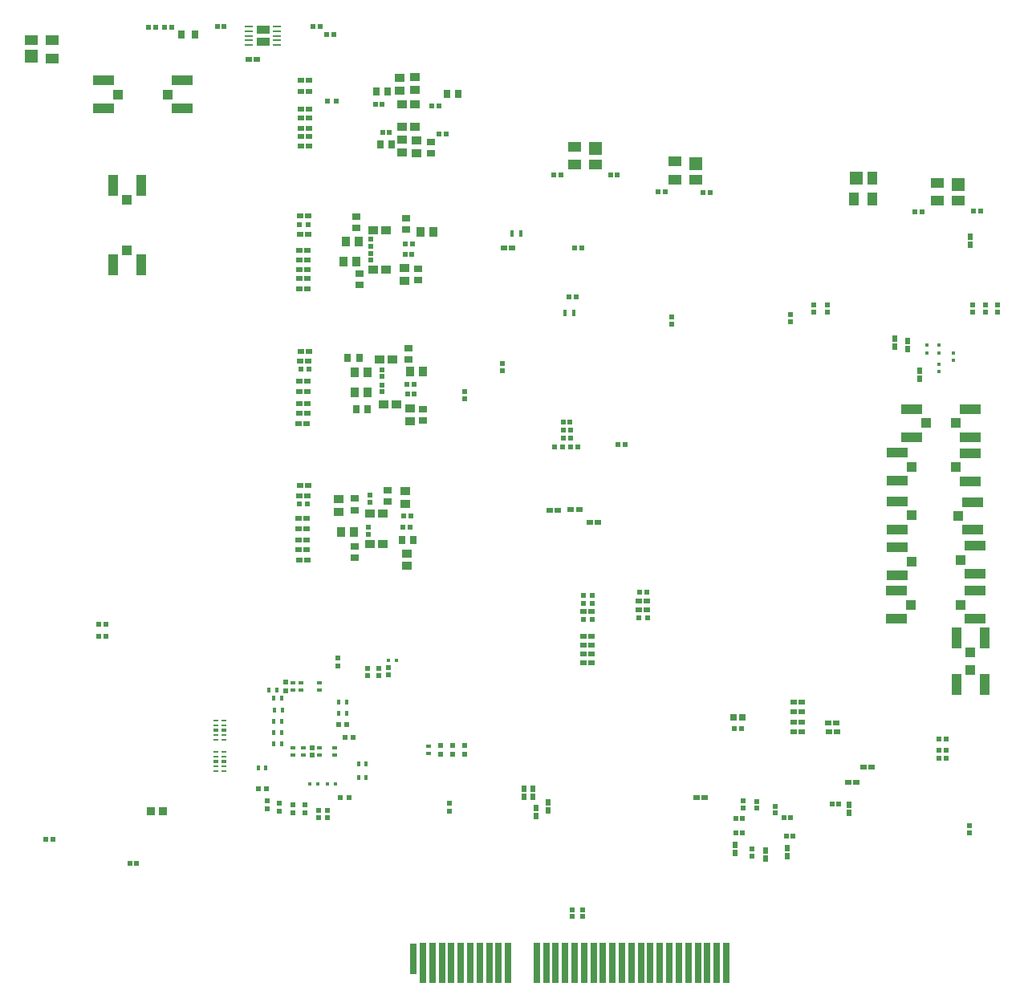
<source format=gbp>
G04*
G04 #@! TF.GenerationSoftware,Altium Limited,Altium Designer,24.4.1 (13)*
G04*
G04 Layer_Color=128*
%FSLAX44Y44*%
%MOMM*%
G71*
G04*
G04 #@! TF.SameCoordinates,EFBD3F8D-071C-412C-B344-986AE508E9F6*
G04*
G04*
G04 #@! TF.FilePolarity,Positive*
G04*
G01*
G75*
%ADD18R,1.4000X0.9000*%
%ADD20R,0.6000X0.6500*%
%ADD21R,0.5811X0.5121*%
%ADD22R,0.6500X0.6000*%
%ADD25R,0.5500X0.5000*%
%ADD26R,0.5121X0.5811*%
%ADD27R,0.7112X4.1910*%
%ADD31R,0.8500X0.2700*%
%ADD38R,0.5000X0.5500*%
%ADD46R,1.0500X2.2000*%
%ADD47R,1.0000X1.0500*%
%ADD51R,0.7500X0.9000*%
%ADD52R,0.4000X0.5000*%
%ADD56R,0.5500X0.5500*%
%ADD63R,0.4500X0.6750*%
%ADD68R,1.0500X1.0000*%
%ADD69R,2.2000X1.0500*%
%ADD77R,0.7154X0.6725*%
%ADD86R,1.4000X1.4000*%
%ADD87R,1.0000X1.4000*%
%ADD88R,0.5500X0.5500*%
%ADD110R,0.7000X0.9000*%
%ADD111R,0.7112X3.2004*%
%ADD211R,0.4500X0.4500*%
%ADD212R,0.5682X0.5725*%
%ADD213R,0.8500X0.9000*%
%ADD214R,1.4000X1.4000*%
%ADD215R,1.4000X1.0000*%
G04:AMPARAMS|DCode=216|XSize=0.2mm|YSize=0.565mm|CornerRadius=0.05mm|HoleSize=0mm|Usage=FLASHONLY|Rotation=270.000|XOffset=0mm|YOffset=0mm|HoleType=Round|Shape=RoundedRectangle|*
%AMROUNDEDRECTD216*
21,1,0.2000,0.4650,0,0,270.0*
21,1,0.1000,0.5650,0,0,270.0*
1,1,0.1000,-0.2325,-0.0500*
1,1,0.1000,-0.2325,0.0500*
1,1,0.1000,0.2325,0.0500*
1,1,0.1000,0.2325,-0.0500*
%
%ADD216ROUNDEDRECTD216*%
%ADD218R,0.4500X0.4500*%
%ADD219R,0.5725X0.5682*%
%ADD220R,0.5000X0.4000*%
%ADD221R,0.4682X0.4725*%
%ADD222R,1.1061X0.9582*%
%ADD223R,0.9000X1.0000*%
%ADD224R,0.9000X0.7500*%
%ADD225R,1.0000X0.9000*%
%ADD226R,0.5800X0.5400*%
G04:AMPARAMS|DCode=237|XSize=0.565mm|YSize=0.36mm|CornerRadius=0.0504mm|HoleSize=0mm|Usage=FLASHONLY|Rotation=180.000|XOffset=0mm|YOffset=0mm|HoleType=Round|Shape=RoundedRectangle|*
%AMROUNDEDRECTD237*
21,1,0.5650,0.2592,0,0,180.0*
21,1,0.4642,0.3600,0,0,180.0*
1,1,0.1008,-0.2321,0.1296*
1,1,0.1008,0.2321,0.1296*
1,1,0.1008,0.2321,-0.1296*
1,1,0.1008,-0.2321,-0.1296*
%
%ADD237ROUNDEDRECTD237*%
D18*
X222750Y-47500D02*
D03*
X222750Y-34500D02*
D03*
D20*
X915500Y-394373D02*
D03*
Y-402873D02*
D03*
X969000Y-253275D02*
D03*
Y-261776D02*
D03*
X889000Y-369139D02*
D03*
Y-360639D02*
D03*
X903108Y-362918D02*
D03*
Y-371418D02*
D03*
X840973Y-861162D02*
D03*
Y-852662D02*
D03*
X775960Y-907135D02*
D03*
Y-898635D02*
D03*
X753260Y-909631D02*
D03*
Y-901131D02*
D03*
X720850Y-903479D02*
D03*
Y-894979D02*
D03*
X510444Y-864703D02*
D03*
Y-856203D02*
D03*
X497870Y-835243D02*
D03*
Y-843743D02*
D03*
X507838Y-835732D02*
D03*
Y-844232D02*
D03*
X523350Y-858811D02*
D03*
Y-850311D02*
D03*
D21*
X174345Y-31000D02*
D03*
X181655D02*
D03*
X82134Y-914108D02*
D03*
X89444D02*
D03*
X356301Y-143390D02*
D03*
X348990D02*
D03*
X341193Y-112982D02*
D03*
X348504D02*
D03*
X372567Y-271890D02*
D03*
X379878D02*
D03*
X372962Y-260890D02*
D03*
X380272D02*
D03*
X401192Y-115390D02*
D03*
X408503D02*
D03*
X370585Y-559864D02*
D03*
X377896D02*
D03*
X371204Y-548142D02*
D03*
X378515D02*
D03*
X374966Y-419390D02*
D03*
X382276D02*
D03*
X374445Y-408890D02*
D03*
X381756D02*
D03*
X546736Y-448715D02*
D03*
X539425D02*
D03*
X546883Y-457302D02*
D03*
X539572D02*
D03*
X772305Y-866385D02*
D03*
X779616D02*
D03*
X774801Y-885185D02*
D03*
X782112D02*
D03*
X728616Y-882081D02*
D03*
X721305D02*
D03*
X728616Y-867081D02*
D03*
X721305D02*
D03*
X620101Y-628439D02*
D03*
X627412D02*
D03*
X415884Y-144387D02*
D03*
X408573D02*
D03*
X727491Y-772238D02*
D03*
X720181D02*
D03*
D22*
X576369Y-554723D02*
D03*
X567869D02*
D03*
X556155Y-540991D02*
D03*
X547655D02*
D03*
X533471Y-541390D02*
D03*
X524971D02*
D03*
X216500Y-66125D02*
D03*
X208000D02*
D03*
X268552Y-560890D02*
D03*
X260052D02*
D03*
X268804Y-549890D02*
D03*
X260304D02*
D03*
X269312Y-593930D02*
D03*
X260812D02*
D03*
X268804Y-583390D02*
D03*
X260304D02*
D03*
X268312Y-572890D02*
D03*
X259812D02*
D03*
X269312Y-526558D02*
D03*
X260812D02*
D03*
X268804Y-450150D02*
D03*
X260304D02*
D03*
X269281Y-439390D02*
D03*
X260781D02*
D03*
X269281Y-428890D02*
D03*
X260781D02*
D03*
X269312Y-405664D02*
D03*
X260812D02*
D03*
X269312Y-296890D02*
D03*
X260812D02*
D03*
X269552Y-307890D02*
D03*
X261052D02*
D03*
X269312Y-287683D02*
D03*
X260812D02*
D03*
X269722Y-267065D02*
D03*
X261222D02*
D03*
X270552Y-515818D02*
D03*
X262052D02*
D03*
X269910Y-416890D02*
D03*
X261410D02*
D03*
X270312Y-384058D02*
D03*
X261812D02*
D03*
X271059Y-373876D02*
D03*
X262559D02*
D03*
X269804Y-277481D02*
D03*
X261304D02*
D03*
X270552Y-250390D02*
D03*
X262053D02*
D03*
X271059Y-138500D02*
D03*
X262559D02*
D03*
X271059Y-128000D02*
D03*
X262559D02*
D03*
X271041Y-118500D02*
D03*
X262541D02*
D03*
X271041Y-100000D02*
D03*
X262541D02*
D03*
X271041Y-88250D02*
D03*
X262541D02*
D03*
X270281Y-230818D02*
D03*
X261781D02*
D03*
X271041Y-147387D02*
D03*
X262541D02*
D03*
X271059Y-157440D02*
D03*
X262559D02*
D03*
X856233Y-812677D02*
D03*
X864733D02*
D03*
X819501Y-775238D02*
D03*
X828001D02*
D03*
X819195Y-766260D02*
D03*
X827695D02*
D03*
X840444Y-828439D02*
D03*
X848944D02*
D03*
X680170Y-845103D02*
D03*
X688670D02*
D03*
X476586Y-264664D02*
D03*
X485087D02*
D03*
X782412Y-775318D02*
D03*
X790912D02*
D03*
X782412Y-765238D02*
D03*
X790912D02*
D03*
X782351Y-744279D02*
D03*
X790851D02*
D03*
X782412Y-754680D02*
D03*
X790912D02*
D03*
X561007Y-674689D02*
D03*
X569507D02*
D03*
X560955Y-684337D02*
D03*
X569456D02*
D03*
X560762Y-693119D02*
D03*
X569263D02*
D03*
X561007Y-702690D02*
D03*
X569507D02*
D03*
X628007Y-637689D02*
D03*
X619506D02*
D03*
X628007Y-646690D02*
D03*
X619506D02*
D03*
X561007Y-648690D02*
D03*
X569507D02*
D03*
D25*
X49725Y-661955D02*
D03*
X57225D02*
D03*
X49725Y-674705D02*
D03*
X57225D02*
D03*
X1150Y-889357D02*
D03*
X-6350D02*
D03*
X275222Y-31375D02*
D03*
X282722D02*
D03*
X297361Y-39650D02*
D03*
X289861D02*
D03*
X102250Y-32211D02*
D03*
X109750D02*
D03*
X126326D02*
D03*
X118825D02*
D03*
X559129Y-264664D02*
D03*
X551629D02*
D03*
X529451Y-187499D02*
D03*
X536951D02*
D03*
X596678Y-187988D02*
D03*
X589178D02*
D03*
X639485Y-205899D02*
D03*
X646985D02*
D03*
X979610Y-225664D02*
D03*
X972110D02*
D03*
X686662Y-206899D02*
D03*
X694162D02*
D03*
X910250Y-226777D02*
D03*
X917750D02*
D03*
X935916Y-783318D02*
D03*
X943416D02*
D03*
X545891Y-317000D02*
D03*
X553391D02*
D03*
X604800Y-472275D02*
D03*
X597300D02*
D03*
X943416Y-794625D02*
D03*
X935916D02*
D03*
X943416Y-803530D02*
D03*
X935916D02*
D03*
X547243Y-466011D02*
D03*
X539743D02*
D03*
X822941Y-851375D02*
D03*
X830441D02*
D03*
D26*
X818500Y-325113D02*
D03*
Y-332424D02*
D03*
X997500Y-325113D02*
D03*
Y-332424D02*
D03*
X971500Y-325113D02*
D03*
Y-332424D02*
D03*
X985000Y-325113D02*
D03*
Y-332424D02*
D03*
X803889Y-325113D02*
D03*
Y-332424D02*
D03*
X336559Y-277866D02*
D03*
Y-270555D02*
D03*
X336559Y-256017D02*
D03*
Y-263328D02*
D03*
X333559Y-566817D02*
D03*
Y-559506D02*
D03*
X335404Y-533045D02*
D03*
Y-525735D02*
D03*
X348542Y-416856D02*
D03*
Y-409546D02*
D03*
X348504Y-393352D02*
D03*
Y-400663D02*
D03*
X763346Y-854007D02*
D03*
Y-861317D02*
D03*
X548944Y-970379D02*
D03*
Y-963069D02*
D03*
X738260Y-899229D02*
D03*
Y-906540D02*
D03*
X729104Y-855780D02*
D03*
Y-848469D02*
D03*
X743260Y-856044D02*
D03*
Y-848733D02*
D03*
X968000Y-882055D02*
D03*
Y-874745D02*
D03*
X559866Y-963069D02*
D03*
Y-970379D02*
D03*
D27*
X401460Y-1019624D02*
D03*
X391460D02*
D03*
X411460D02*
D03*
X571460D02*
D03*
X591459D02*
D03*
X661459D02*
D03*
X701459D02*
D03*
X621459D02*
D03*
X671459D02*
D03*
X631459D02*
D03*
X511460D02*
D03*
X541460D02*
D03*
X581459D02*
D03*
X451460D02*
D03*
X441460D02*
D03*
X431460D02*
D03*
X421460D02*
D03*
X481460D02*
D03*
X521460D02*
D03*
X531460D02*
D03*
X551460D02*
D03*
X561460D02*
D03*
X641459D02*
D03*
X601459D02*
D03*
X651459D02*
D03*
X681459D02*
D03*
X691459D02*
D03*
X611459D02*
D03*
X461460D02*
D03*
X471460D02*
D03*
X711459D02*
D03*
D31*
X208000Y-31000D02*
D03*
Y-36000D02*
D03*
Y-41000D02*
D03*
Y-46000D02*
D03*
Y-51000D02*
D03*
X237500D02*
D03*
Y-46000D02*
D03*
Y-41000D02*
D03*
Y-36000D02*
D03*
Y-31000D02*
D03*
D38*
X290563Y-866044D02*
D03*
Y-858544D02*
D03*
X281253Y-866273D02*
D03*
Y-858773D02*
D03*
X778867Y-342957D02*
D03*
Y-335457D02*
D03*
X475500Y-394498D02*
D03*
Y-386998D02*
D03*
X274563Y-800115D02*
D03*
Y-792615D02*
D03*
X355247Y-707856D02*
D03*
Y-715356D02*
D03*
X345168Y-708417D02*
D03*
Y-715918D02*
D03*
X333166Y-708979D02*
D03*
Y-716480D02*
D03*
X653707Y-345164D02*
D03*
Y-337664D02*
D03*
X435247Y-424061D02*
D03*
Y-416561D02*
D03*
D46*
X983759Y-725322D02*
D03*
X954258D02*
D03*
Y-676186D02*
D03*
X983759D02*
D03*
X94042Y-282523D02*
D03*
X64542D02*
D03*
Y-198936D02*
D03*
X94042D02*
D03*
D47*
X969009Y-710072D02*
D03*
Y-691435D02*
D03*
X79292Y-267273D02*
D03*
Y-214186D02*
D03*
D51*
X358645Y-155423D02*
D03*
X346645D02*
D03*
X342542Y-100000D02*
D03*
X354542D02*
D03*
X332809Y-434890D02*
D03*
X320809D02*
D03*
X324231Y-380565D02*
D03*
X312231D02*
D03*
X369439Y-572890D02*
D03*
X381439D02*
D03*
X428894Y-102272D02*
D03*
X416894D02*
D03*
D52*
X331341Y-809036D02*
D03*
X323341D02*
D03*
X331341Y-824056D02*
D03*
X323341D02*
D03*
X242312Y-788115D02*
D03*
X234312D02*
D03*
X242312Y-776115D02*
D03*
X234312D02*
D03*
X217620Y-813567D02*
D03*
X225620D02*
D03*
X302813Y-756115D02*
D03*
X310813D02*
D03*
X302813Y-744115D02*
D03*
X310813D02*
D03*
X243063Y-752321D02*
D03*
X235063D02*
D03*
X242312Y-764116D02*
D03*
X234312D02*
D03*
X242312Y-740115D02*
D03*
X234312D02*
D03*
X237151Y-731115D02*
D03*
X229151D02*
D03*
D56*
X246563Y-732366D02*
D03*
Y-723365D02*
D03*
D63*
X541065Y-333429D02*
D03*
X550316D02*
D03*
X495084Y-249548D02*
D03*
X485834D02*
D03*
D68*
X956250Y-547755D02*
D03*
X907250Y-547145D02*
D03*
X70140Y-103000D02*
D03*
X953758Y-449706D02*
D03*
X921968D02*
D03*
X906718Y-495670D02*
D03*
X953758Y-496395D02*
D03*
X121867Y-103000D02*
D03*
X958371Y-594047D02*
D03*
X905940Y-641460D02*
D03*
X958811Y-641323D02*
D03*
X906718Y-595847D02*
D03*
D69*
X971500Y-533005D02*
D03*
Y-562505D02*
D03*
X892000Y-561895D02*
D03*
Y-532395D02*
D03*
X54890Y-117750D02*
D03*
Y-88250D02*
D03*
X969009Y-434956D02*
D03*
Y-464456D02*
D03*
X906718D02*
D03*
Y-434956D02*
D03*
X891468Y-510420D02*
D03*
Y-480920D02*
D03*
X969009Y-481645D02*
D03*
Y-511145D02*
D03*
X137117Y-88250D02*
D03*
Y-117750D02*
D03*
X973621Y-579297D02*
D03*
Y-608797D02*
D03*
X890690Y-656210D02*
D03*
Y-626710D02*
D03*
X974061Y-626573D02*
D03*
Y-656073D02*
D03*
X891468Y-610597D02*
D03*
Y-581097D02*
D03*
D77*
X719051Y-760238D02*
D03*
X728622D02*
D03*
D86*
X848278Y-190899D02*
D03*
D87*
X846278Y-212899D02*
D03*
X865278D02*
D03*
Y-190899D02*
D03*
D88*
X290861Y-110296D02*
D03*
X299861D02*
D03*
X269814Y-535247D02*
D03*
X260814D02*
D03*
X270054Y-240700D02*
D03*
X261054D02*
D03*
X271446Y-393161D02*
D03*
X262446D02*
D03*
X539136Y-474975D02*
D03*
X530136D02*
D03*
X569757Y-657189D02*
D03*
X560757D02*
D03*
X569757Y-631689D02*
D03*
X560757D02*
D03*
X569757Y-640189D02*
D03*
X560757D02*
D03*
X619256Y-655189D02*
D03*
X628257D02*
D03*
D110*
X151000Y-39650D02*
D03*
X137000D02*
D03*
D111*
X381460Y-1014671D02*
D03*
D211*
X355320Y-699724D02*
D03*
X363320D02*
D03*
X280501Y-830663D02*
D03*
X272502D02*
D03*
X290923D02*
D03*
X298923D02*
D03*
D212*
X318197Y-781266D02*
D03*
X309154D02*
D03*
X217673Y-835843D02*
D03*
X226716D02*
D03*
X313675Y-845182D02*
D03*
X304633D02*
D03*
D213*
X117500Y-859683D02*
D03*
X104500D02*
D03*
D214*
X956500Y-198335D02*
D03*
X679415Y-175750D02*
D03*
X573300Y-160250D02*
D03*
X-22000Y-63000D02*
D03*
D215*
X956500Y-215335D02*
D03*
X934500D02*
D03*
Y-196335D02*
D03*
X657415Y-173750D02*
D03*
Y-192750D02*
D03*
X679415D02*
D03*
X573300Y-177250D02*
D03*
X551300D02*
D03*
Y-158250D02*
D03*
X-22000Y-46000D02*
D03*
X0D02*
D03*
Y-65000D02*
D03*
D216*
X173271Y-816790D02*
D03*
Y-811790D02*
D03*
Y-801790D02*
D03*
Y-796790D02*
D03*
X181621D02*
D03*
Y-801790D02*
D03*
Y-811790D02*
D03*
Y-816790D02*
D03*
X173271Y-783551D02*
D03*
Y-778551D02*
D03*
Y-768551D02*
D03*
Y-763551D02*
D03*
X181621D02*
D03*
Y-768551D02*
D03*
Y-778551D02*
D03*
Y-783551D02*
D03*
D218*
X935500Y-387362D02*
D03*
Y-395362D02*
D03*
X951000Y-375475D02*
D03*
Y-383475D02*
D03*
X936000Y-375475D02*
D03*
Y-367475D02*
D03*
X923500Y-375475D02*
D03*
Y-367475D02*
D03*
D219*
X435902Y-798934D02*
D03*
Y-789891D02*
D03*
X419247Y-850646D02*
D03*
Y-859689D02*
D03*
X410502Y-798934D02*
D03*
Y-789891D02*
D03*
X423202Y-789891D02*
D03*
Y-798934D02*
D03*
X267152Y-861364D02*
D03*
Y-852321D02*
D03*
X254075Y-852321D02*
D03*
Y-861364D02*
D03*
X240312Y-850640D02*
D03*
Y-859683D02*
D03*
X227620Y-848023D02*
D03*
Y-857066D02*
D03*
X302063Y-706364D02*
D03*
Y-697321D02*
D03*
D220*
X397802Y-798412D02*
D03*
Y-790412D02*
D03*
X298563Y-792365D02*
D03*
Y-800365D02*
D03*
X282563Y-792365D02*
D03*
Y-800365D02*
D03*
X265563Y-792365D02*
D03*
Y-800365D02*
D03*
X254562Y-792365D02*
D03*
Y-800365D02*
D03*
X282563Y-731865D02*
D03*
Y-723866D02*
D03*
X262563Y-731865D02*
D03*
Y-723865D02*
D03*
X254563Y-731865D02*
D03*
Y-723865D02*
D03*
D221*
X310834Y-768115D02*
D03*
X302791D02*
D03*
D222*
X339221Y-287539D02*
D03*
X352743D02*
D03*
X339221Y-246532D02*
D03*
X352743D02*
D03*
X383094Y-137390D02*
D03*
X369572D02*
D03*
X369199Y-113390D02*
D03*
X382721D02*
D03*
X335312Y-577119D02*
D03*
X348833D02*
D03*
X335393Y-545140D02*
D03*
X348915D02*
D03*
X349673Y-430183D02*
D03*
X363195D02*
D03*
X345885Y-382533D02*
D03*
X359406D02*
D03*
D223*
X308059Y-279524D02*
D03*
X321559D02*
D03*
X310309Y-258575D02*
D03*
X323809D02*
D03*
X402559Y-247708D02*
D03*
X389059D02*
D03*
X305484Y-564864D02*
D03*
X318984D02*
D03*
X319731Y-417131D02*
D03*
X333231D02*
D03*
X319309Y-396390D02*
D03*
X332809D02*
D03*
X391230Y-395390D02*
D03*
X377730D02*
D03*
D224*
X320809Y-244014D02*
D03*
Y-232015D02*
D03*
X374100Y-233890D02*
D03*
Y-245890D02*
D03*
X386271Y-286890D02*
D03*
Y-298890D02*
D03*
X400348Y-153208D02*
D03*
Y-165208D02*
D03*
X319415Y-579890D02*
D03*
Y-591890D02*
D03*
X319748Y-541390D02*
D03*
Y-529390D02*
D03*
X354445Y-532558D02*
D03*
Y-520558D02*
D03*
X324248Y-304172D02*
D03*
Y-292173D02*
D03*
X375937Y-382390D02*
D03*
Y-370390D02*
D03*
X391786Y-435079D02*
D03*
Y-447079D02*
D03*
D225*
X371984Y-299640D02*
D03*
Y-286140D02*
D03*
X384891Y-165140D02*
D03*
Y-151640D02*
D03*
X369809Y-164423D02*
D03*
Y-150923D02*
D03*
X366809Y-98640D02*
D03*
Y-85140D02*
D03*
X382783Y-98390D02*
D03*
Y-84890D02*
D03*
X302626Y-530140D02*
D03*
Y-543640D02*
D03*
X374794Y-600640D02*
D03*
Y-587140D02*
D03*
X372772Y-521890D02*
D03*
Y-535390D02*
D03*
X377890Y-448012D02*
D03*
Y-434512D02*
D03*
D226*
X555249Y-474975D02*
D03*
X547449D02*
D03*
D237*
X173271Y-806790D02*
D03*
X181621D02*
D03*
X173271Y-773551D02*
D03*
X181621D02*
D03*
M02*

</source>
